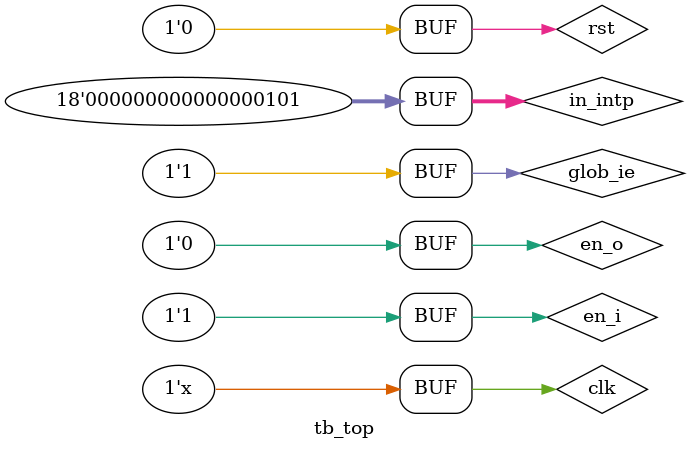
<source format=v>



module tb_top;
  
  reg clk, rst,glob_ie,en_i,en_o;
  reg [17:0] in_intp;
  top top1 (clk,rst); //instantiation
  
  initial
	begin
		rst <= 1'b1;
		in_intp <= 18'd0;
		clk <= 1'b0;
		#15 rst <= 1'b0;
		#800 glob_ie <= 1'b1;
		en_o <= 1'b1;
		
		#40
		rst <= 1'b1;
		#50
		rst <= 1'b0;
		en_i <= 1'b1;
		en_o <= 1'b0;
		in_intp <= 18'd5;
	end
  
  always                    //clock
  #5 clk<=~clk;
  
endmodule
</source>
